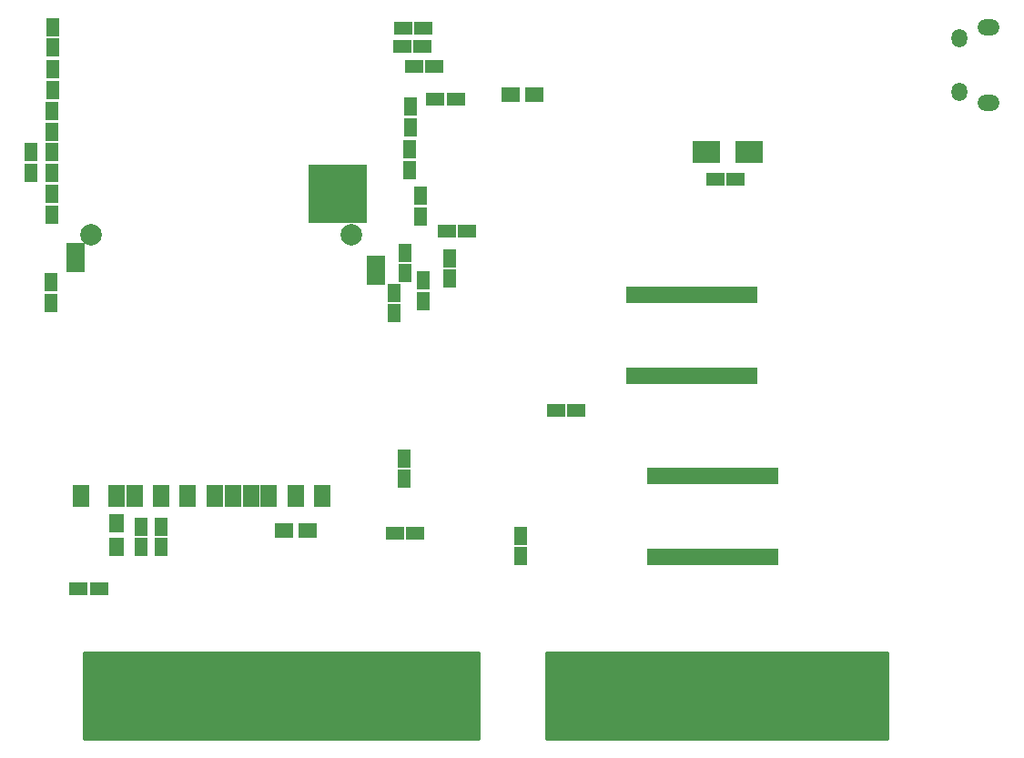
<source format=gbs>
G04 #@! TF.FileFunction,Soldermask,Bot*
%FSLAX46Y46*%
G04 Gerber Fmt 4.6, Leading zero omitted, Abs format (unit mm)*
G04 Created by KiCad (PCBNEW (after 2015-mar-04 BZR unknown)-product) date 06.06.2015 0:15:16*
%MOMM*%
G01*
G04 APERTURE LIST*
%ADD10C,0.150000*%
%ADD11R,1.708000X1.258000*%
%ADD12R,1.258000X1.708000*%
%ADD13R,2.508000X2.108000*%
%ADD14R,1.508000X2.008000*%
%ADD15R,1.708000X2.708000*%
%ADD16C,2.008000*%
%ADD17O,1.458000X1.758000*%
%ADD18O,2.058000X1.508000*%
%ADD19R,1.708000X1.408000*%
%ADD20R,1.408000X1.708000*%
%ADD21R,0.793000X1.508000*%
%ADD22R,5.508000X5.508000*%
%ADD23C,0.254000*%
G04 APERTURE END LIST*
D10*
D11*
X41412200Y-144170400D03*
X39512200Y-144170400D03*
D12*
X80619600Y-139283400D03*
X80619600Y-141183400D03*
D11*
X68950800Y-139014200D03*
X70850800Y-139014200D03*
X83936800Y-127635000D03*
X85836800Y-127635000D03*
D12*
X69773800Y-133995200D03*
X69773800Y-132095200D03*
X70383400Y-101280000D03*
X70383400Y-99380000D03*
X71297800Y-109560400D03*
X71297800Y-107660400D03*
X74066400Y-115377000D03*
X74066400Y-113477000D03*
X69900800Y-114843600D03*
X69900800Y-112943600D03*
X68859400Y-116677400D03*
X68859400Y-118577400D03*
X71577200Y-117434400D03*
X71577200Y-115534400D03*
X37109400Y-91937800D03*
X37109400Y-93837800D03*
D11*
X74584600Y-98653600D03*
X72684600Y-98653600D03*
X75676800Y-110896400D03*
X73776800Y-110896400D03*
X100645000Y-106095800D03*
X98745000Y-106095800D03*
X69611200Y-93776800D03*
X71511200Y-93776800D03*
D13*
X101923600Y-103606600D03*
X97923600Y-103606600D03*
D12*
X35102800Y-105496400D03*
X35102800Y-103596400D03*
X36982400Y-117612200D03*
X36982400Y-115712200D03*
X70281800Y-103342400D03*
X70281800Y-105242400D03*
D11*
X69687400Y-92024200D03*
X71587400Y-92024200D03*
X72603400Y-95580200D03*
X70703400Y-95580200D03*
D12*
X37058600Y-107508000D03*
X37058600Y-109408000D03*
X47218600Y-140319800D03*
X47218600Y-138419800D03*
X37084000Y-97774800D03*
X37084000Y-95874800D03*
X45288200Y-140319800D03*
X45288200Y-138419800D03*
X37058600Y-99786400D03*
X37058600Y-101686400D03*
X37058600Y-105496400D03*
X37058600Y-103596400D03*
D14*
X59681600Y-135585200D03*
X57181600Y-135585200D03*
X53881600Y-135585200D03*
X52181600Y-135585200D03*
X49681600Y-135585200D03*
X47181600Y-135585200D03*
X44756600Y-135585200D03*
X43056600Y-135585200D03*
X62181600Y-135585200D03*
X55531600Y-135585200D03*
X39706600Y-135585200D03*
D15*
X67206600Y-114585200D03*
X39206600Y-113385200D03*
D16*
X64906600Y-111285200D03*
X40706600Y-111285200D03*
D17*
X121449660Y-97979500D03*
X121449660Y-92979500D03*
D18*
X124149660Y-98979500D03*
X124149660Y-91979500D03*
D19*
X79697400Y-98247200D03*
X81897400Y-98247200D03*
D20*
X43002200Y-140342800D03*
X43002200Y-138142800D03*
D19*
X58590000Y-138785600D03*
X60790000Y-138785600D03*
D21*
X102270000Y-124400000D03*
X101770000Y-124400000D03*
X101270000Y-124400000D03*
X100770000Y-124400000D03*
X100270000Y-124400000D03*
X99770000Y-124400000D03*
X99270000Y-124400000D03*
X98770000Y-124400000D03*
X98270000Y-124400000D03*
X97770000Y-124400000D03*
X97270000Y-124400000D03*
X96770000Y-124400000D03*
X96270000Y-124400000D03*
X95770000Y-124400000D03*
X95270000Y-124400000D03*
X94770000Y-124400000D03*
X94270000Y-124400000D03*
X93770000Y-124400000D03*
X93270000Y-124400000D03*
X92770000Y-124400000D03*
X92270000Y-124400000D03*
X91770000Y-124400000D03*
X91270000Y-124400000D03*
X90770000Y-124400000D03*
X90770000Y-116900000D03*
X91270000Y-116900000D03*
X91770000Y-116900000D03*
X92270000Y-116900000D03*
X92770000Y-116900000D03*
X93270000Y-116900000D03*
X93770000Y-116900000D03*
X94270000Y-116900000D03*
X94770000Y-116900000D03*
X95270000Y-116900000D03*
X95770000Y-116900000D03*
X96270000Y-116900000D03*
X96770000Y-116900000D03*
X97270000Y-116900000D03*
X97770000Y-116900000D03*
X98270000Y-116900000D03*
X98770000Y-116900000D03*
X99270000Y-116900000D03*
X99770000Y-116900000D03*
X100270000Y-116900000D03*
X100770000Y-116900000D03*
X101270000Y-116900000D03*
X101770000Y-116900000D03*
X102270000Y-116900000D03*
X104276600Y-141214800D03*
X103776600Y-141214800D03*
X103276600Y-141214800D03*
X102776600Y-141214800D03*
X102276600Y-141214800D03*
X101776600Y-141214800D03*
X101276600Y-141214800D03*
X100776600Y-141214800D03*
X100276600Y-141214800D03*
X99776600Y-141214800D03*
X99276600Y-141214800D03*
X98776600Y-141214800D03*
X98276600Y-141214800D03*
X97776600Y-141214800D03*
X97276600Y-141214800D03*
X96776600Y-141214800D03*
X96276600Y-141214800D03*
X95776600Y-141214800D03*
X95276600Y-141214800D03*
X94776600Y-141214800D03*
X94276600Y-141214800D03*
X93776600Y-141214800D03*
X93276600Y-141214800D03*
X92776600Y-141214800D03*
X92776600Y-133714800D03*
X93276600Y-133714800D03*
X93776600Y-133714800D03*
X94276600Y-133714800D03*
X94776600Y-133714800D03*
X95276600Y-133714800D03*
X95776600Y-133714800D03*
X96276600Y-133714800D03*
X96776600Y-133714800D03*
X97276600Y-133714800D03*
X97776600Y-133714800D03*
X98276600Y-133714800D03*
X98776600Y-133714800D03*
X99276600Y-133714800D03*
X99776600Y-133714800D03*
X100276600Y-133714800D03*
X100776600Y-133714800D03*
X101276600Y-133714800D03*
X101776600Y-133714800D03*
X102276600Y-133714800D03*
X102776600Y-133714800D03*
X103276600Y-133714800D03*
X103776600Y-133714800D03*
X104276600Y-133714800D03*
D22*
X63627000Y-107442000D03*
D23*
G36*
X114731800Y-158153100D02*
X82984340Y-158153100D01*
X82984340Y-150157180D01*
X114731800Y-150157180D01*
X114731800Y-158153100D01*
X114731800Y-158153100D01*
G37*
X114731800Y-158153100D02*
X82984340Y-158153100D01*
X82984340Y-150157180D01*
X114731800Y-150157180D01*
X114731800Y-158153100D01*
G36*
X76730860Y-158153100D02*
X39984680Y-158153100D01*
X39984680Y-150157180D01*
X76730860Y-150157180D01*
X76730860Y-158153100D01*
X76730860Y-158153100D01*
G37*
X76730860Y-158153100D02*
X39984680Y-158153100D01*
X39984680Y-150157180D01*
X76730860Y-150157180D01*
X76730860Y-158153100D01*
M02*

</source>
